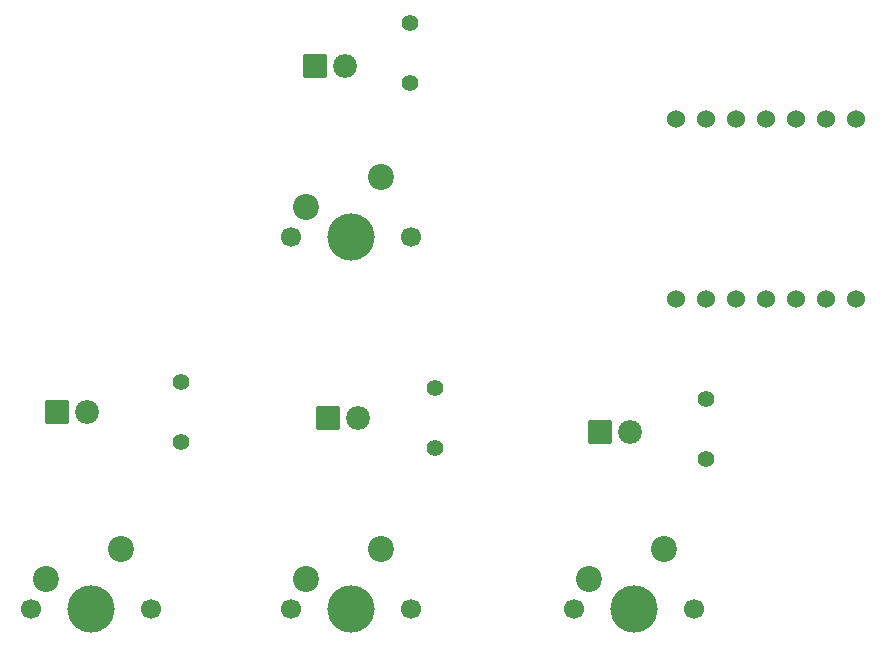
<source format=gbr>
%TF.GenerationSoftware,KiCad,Pcbnew,9.0.2*%
%TF.CreationDate,2025-07-18T16:21:06+05:30*%
%TF.ProjectId,xiao-pcb,7869616f-2d70-4636-922e-6b696361645f,rev?*%
%TF.SameCoordinates,Original*%
%TF.FileFunction,Soldermask,Bot*%
%TF.FilePolarity,Negative*%
%FSLAX46Y46*%
G04 Gerber Fmt 4.6, Leading zero omitted, Abs format (unit mm)*
G04 Created by KiCad (PCBNEW 9.0.2) date 2025-07-18 16:21:06*
%MOMM*%
%LPD*%
G01*
G04 APERTURE LIST*
G04 Aperture macros list*
%AMRoundRect*
0 Rectangle with rounded corners*
0 $1 Rounding radius*
0 $2 $3 $4 $5 $6 $7 $8 $9 X,Y pos of 4 corners*
0 Add a 4 corners polygon primitive as box body*
4,1,4,$2,$3,$4,$5,$6,$7,$8,$9,$2,$3,0*
0 Add four circle primitives for the rounded corners*
1,1,$1+$1,$2,$3*
1,1,$1+$1,$4,$5*
1,1,$1+$1,$6,$7*
1,1,$1+$1,$8,$9*
0 Add four rect primitives between the rounded corners*
20,1,$1+$1,$2,$3,$4,$5,0*
20,1,$1+$1,$4,$5,$6,$7,0*
20,1,$1+$1,$6,$7,$8,$9,0*
20,1,$1+$1,$8,$9,$2,$3,0*%
G04 Aperture macros list end*
%ADD10C,1.700000*%
%ADD11C,4.000000*%
%ADD12C,2.200000*%
%ADD13C,1.400000*%
%ADD14C,1.524000*%
%ADD15C,2.019000*%
%ADD16RoundRect,0.102000X-0.907500X-0.907500X0.907500X-0.907500X0.907500X0.907500X-0.907500X0.907500X0*%
G04 APERTURE END LIST*
D10*
%TO.C,SW3*%
X79440000Y-132500000D03*
D11*
X84520000Y-132500000D03*
D10*
X89600000Y-132500000D03*
D12*
X87060000Y-127420000D03*
X80710000Y-129960000D03*
%TD*%
D10*
%TO.C,SW2*%
X57440000Y-132500000D03*
D11*
X62520000Y-132500000D03*
D10*
X67600000Y-132500000D03*
D12*
X65060000Y-127420000D03*
X58710000Y-129960000D03*
%TD*%
D13*
%TO.C,R1*%
X114615000Y-119842447D03*
X114615000Y-114762447D03*
%TD*%
D14*
%TO.C,U1*%
X127300000Y-91000000D03*
X124760000Y-91000000D03*
X122220000Y-91000000D03*
X119680000Y-91000000D03*
X117140000Y-91000000D03*
X114600000Y-91000000D03*
X112060000Y-91000000D03*
X112060000Y-106240000D03*
X114600000Y-106240000D03*
X117140000Y-106240000D03*
X119680000Y-106240000D03*
X122220000Y-106240000D03*
X124760000Y-106240000D03*
X127300000Y-106240000D03*
%TD*%
D13*
%TO.C,R2*%
X91615000Y-118842447D03*
X91615000Y-113762447D03*
%TD*%
D10*
%TO.C,SW4*%
X103440000Y-132500000D03*
D11*
X108520000Y-132500000D03*
D10*
X113600000Y-132500000D03*
D12*
X111060000Y-127420000D03*
X104710000Y-129960000D03*
%TD*%
D13*
%TO.C,R4*%
X70115000Y-118342447D03*
X70115000Y-113262447D03*
%TD*%
D10*
%TO.C,SW1*%
X79420000Y-101000000D03*
D11*
X84500000Y-101000000D03*
D10*
X89580000Y-101000000D03*
D12*
X87040000Y-95920000D03*
X80690000Y-98460000D03*
%TD*%
D15*
%TO.C,D2*%
X85115000Y-116342447D03*
D16*
X82575000Y-116342447D03*
%TD*%
D15*
%TO.C,D4*%
X62195000Y-115842447D03*
D16*
X59655000Y-115842447D03*
%TD*%
D13*
%TO.C,R3*%
X89500000Y-88000000D03*
X89500000Y-82920000D03*
%TD*%
D15*
%TO.C,D3*%
X84000000Y-86500000D03*
D16*
X81460000Y-86500000D03*
%TD*%
D15*
%TO.C,D1*%
X108140000Y-117500000D03*
D16*
X105600000Y-117500000D03*
%TD*%
M02*

</source>
